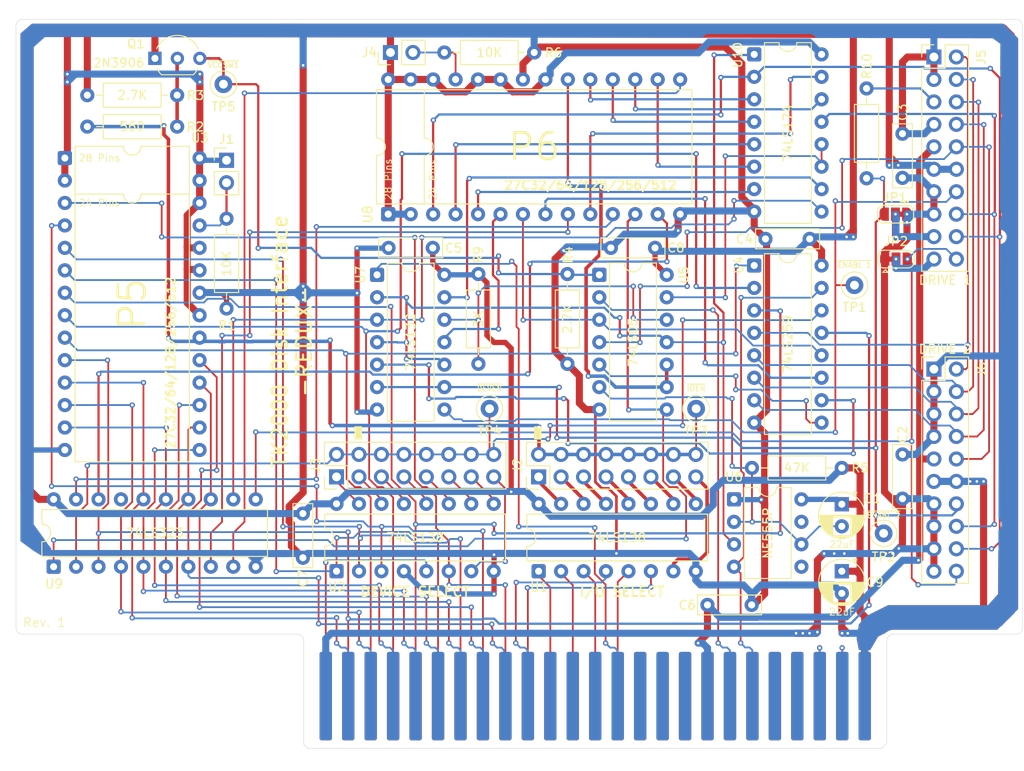
<source format=kicad_pcb>
(kicad_pcb
	(version 20241229)
	(generator "pcbnew")
	(generator_version "9.0")
	(general
		(thickness 1.6)
		(legacy_teardrops no)
	)
	(paper "A4")
	(layers
		(0 "F.Cu" signal)
		(2 "B.Cu" signal)
		(9 "F.Adhes" user "F.Adhesive")
		(11 "B.Adhes" user "B.Adhesive")
		(13 "F.Paste" user)
		(15 "B.Paste" user)
		(5 "F.SilkS" user "F.Silkscreen")
		(7 "B.SilkS" user "B.Silkscreen")
		(1 "F.Mask" user)
		(3 "B.Mask" user)
		(17 "Dwgs.User" user "User.Drawings")
		(19 "Cmts.User" user "User.Comments")
		(21 "Eco1.User" user "User.Eco1")
		(23 "Eco2.User" user "User.Eco2")
		(25 "Edge.Cuts" user)
		(27 "Margin" user)
		(31 "F.CrtYd" user "F.Courtyard")
		(29 "B.CrtYd" user "B.Courtyard")
		(35 "F.Fab" user)
		(33 "B.Fab" user)
		(39 "User.1" user)
		(41 "User.2" user)
		(43 "User.3" user)
		(45 "User.4" user)
	)
	(setup
		(pad_to_mask_clearance 0)
		(allow_soldermask_bridges_in_footprints no)
		(tenting front back)
		(pcbplotparams
			(layerselection 0x00000000_00000000_55555555_5755f5ff)
			(plot_on_all_layers_selection 0x00000000_00000000_00000000_00000000)
			(disableapertmacros no)
			(usegerberextensions no)
			(usegerberattributes yes)
			(usegerberadvancedattributes yes)
			(creategerberjobfile yes)
			(dashed_line_dash_ratio 12.000000)
			(dashed_line_gap_ratio 3.000000)
			(svgprecision 4)
			(plotframeref no)
			(mode 1)
			(useauxorigin no)
			(hpglpennumber 1)
			(hpglpenspeed 20)
			(hpglpendiameter 15.000000)
			(pdf_front_fp_property_popups yes)
			(pdf_back_fp_property_popups yes)
			(pdf_metadata yes)
			(pdf_single_document no)
			(dxfpolygonmode yes)
			(dxfimperialunits yes)
			(dxfusepcbnewfont yes)
			(psnegative no)
			(psa4output no)
			(plot_black_and_white yes)
			(sketchpadsonfab no)
			(plotpadnumbers no)
			(hidednponfab no)
			(sketchdnponfab yes)
			(crossoutdnponfab yes)
			(subtractmaskfromsilk no)
			(outputformat 1)
			(mirror no)
			(drillshape 0)
			(scaleselection 1)
			(outputdirectory "gerbers/")
		)
	)
	(net 0 "")
	(net 1 "-12V")
	(net 2 "GND")
	(net 3 "+5V")
	(net 4 "Net-(U6-THR)")
	(net 5 "+12V")
	(net 6 "Net-(J1-Pin_2)")
	(net 7 "~{IOSEL}")
	(net 8 "Net-(J2-Pin_5)")
	(net 9 "Net-(J2-Pin_7)")
	(net 10 "/VCC_SWITCHED_1")
	(net 11 "Net-(J2-Pin_15)")
	(net 12 "Net-(J2-Pin_3)")
	(net 13 "Net-(J2-Pin_9)")
	(net 14 "Net-(J2-Pin_11)")
	(net 15 "Net-(J2-Pin_13)")
	(net 16 "Net-(J2-Pin_1)")
	(net 17 "Net-(J3-Pin_11)")
	(net 18 "Net-(J3-Pin_5)")
	(net 19 "Net-(J3-Pin_7)")
	(net 20 "Net-(J3-Pin_9)")
	(net 21 "Net-(J3-Pin_1)")
	(net 22 "Net-(J3-Pin_13)")
	(net 23 "Net-(J3-Pin_15)")
	(net 24 "Net-(J3-Pin_3)")
	(net 25 "Net-(J4-Pin_2)")
	(net 26 "/PH1")
	(net 27 "/PH0")
	(net 28 "/WR DATA")
	(net 29 "/W PROT")
	(net 30 "/RD DATA")
	(net 31 "/PH2")
	(net 32 "/PH3")
	(net 33 "Net-(J5-Pin_17)")
	(net 34 "/WR REQ")
	(net 35 "Net-(J5-Pin_19)")
	(net 36 "/~{ENBL 1}")
	(net 37 "Net-(J5-Pin_5)")
	(net 38 "/~{ENBL 2}")
	(net 39 "A12")
	(net 40 "D0")
	(net 41 "A10")
	(net 42 "A3")
	(net 43 "A14")
	(net 44 "D3")
	(net 45 "unconnected-(P1-Pin_40-Pad40)")
	(net 46 "2M")
	(net 47 "~{RESET}")
	(net 48 "unconnected-(P1-Pin_30-Pad30)")
	(net 49 "A4")
	(net 50 "~{EXTC}")
	(net 51 "unconnected-(P1-Pin_18-Pad18)")
	(net 52 "unconnected-(P1-Pin_38-Pad38)")
	(net 53 "D1")
	(net 54 "unconnected-(P1-Pin_29-Pad29)")
	(net 55 "A0")
	(net 56 "A15")
	(net 57 "D6")
	(net 58 "unconnected-(P1-Pin_36-Pad36)")
	(net 59 "A5")
	(net 60 "unconnected-(P1-Pin_22-Pad22)")
	(net 61 "~{EXTE}")
	(net 62 "Net-(P1-Pin_24)")
	(net 63 "~{EXT8}")
	(net 64 "unconnected-(P1-Pin_34-Pad34)")
	(net 65 "A8")
	(net 66 "D2")
	(net 67 "A2")
	(net 68 "D7")
	(net 69 "A7")
	(net 70 "Net-(P1-Pin_23)")
	(net 71 "A6")
	(net 72 "unconnected-(P1-Pin_21-Pad21)")
	(net 73 "~{EXT_MEM}")
	(net 74 "D4")
	(net 75 "D5")
	(net 76 "A9")
	(net 77 "A13")
	(net 78 "A11")
	(net 79 "unconnected-(P1-Pin_39-Pad39)")
	(net 80 "~{EXT6}")
	(net 81 "A1")
	(net 82 "Net-(Q1-B)")
	(net 83 "Net-(U8-~{CE})")
	(net 84 "Net-(R9-Pad2)")
	(net 85 "Net-(U4-Q6)")
	(net 86 "Net-(U4-Q5)")
	(net 87 "Net-(U4-Q7)")
	(net 88 "Net-(U4-Q4)")
	(net 89 "Net-(U10-D3)")
	(net 90 "Net-(U8-D1)")
	(net 91 "Net-(U10-~{Mr})")
	(net 92 "Net-(U8-A4)")
	(net 93 "Net-(U10-Q3)")
	(net 94 "Net-(U10-Cp)")
	(net 95 "Net-(U8-D3)")
	(net 96 "Net-(U10-Q5)")
	(net 97 "Net-(U10-Q2)")
	(net 98 "Net-(U8-A1)")
	(net 99 "Net-(U10-D2)")
	(net 100 "Net-(U8-D0)")
	(net 101 "Net-(U10-Q1)")
	(net 102 "unconnected-(U6-DIS-Pad7)")
	(net 103 "Net-(U10-D0)")
	(net 104 "unconnected-(U6-CV-Pad5)")
	(net 105 "Net-(U10-D5)")
	(net 106 "Net-(U8-D2)")
	(net 107 "Net-(U10-D1)")
	(net 108 "unconnected-(U9-Q7-Pad17)")
	(net 109 "/~{IOEN}")
	(net 110 "/~{DEVEN}")
	(footprint "Connector_PinHeader_2.54mm:PinHeader_1x02_P2.54mm_Vertical" (layer "F.Cu") (at 69.565185 66.517185))
	(footprint "TestPoint:TestPoint_Loop_D1.80mm_Drill1.0mm_Beaded" (layer "F.Cu") (at 122.682 94.615))
	(footprint "Capacitor_THT:C_Rect_L7.0mm_W2.0mm_P5.00mm" (layer "F.Cu") (at 118.034185 76.423185 180))
	(footprint "Resistor_THT:R_Axial_DIN0207_L6.3mm_D2.5mm_P10.16mm_Horizontal" (layer "F.Cu") (at 94.203185 54.325185))
	(footprint "Connector_PinHeader_2.54mm:PinHeader_1x02_P2.54mm_Vertical" (layer "F.Cu") (at 88.107185 54.325185 90))
	(footprint "Capacitor_THT:CP_Radial_D5.0mm_P2.50mm" (layer "F.Cu") (at 139.161185 112.999185 -90))
	(footprint "Capacitor_THT:C_Rect_L7.0mm_W2.0mm_P5.00mm" (layer "F.Cu") (at 146.019185 104.791185 90))
	(footprint "TestPoint:TestPoint_Loop_D1.80mm_Drill1.0mm_Beaded" (layer "F.Cu") (at 99.314 94.615))
	(footprint "Package_DIP:DIP-16_W7.62mm" (layer "F.Cu") (at 129.250185 54.539185))
	(footprint "Package_DIP:DIP-16_W7.62mm" (layer "F.Cu") (at 82.006185 112.994185 90))
	(footprint "Package_TO_SOT_THT:TO-92_Inline_Wide" (layer "F.Cu") (at 61.468 54.991))
	(footprint "Resistor_THT:R_Axial_DIN0207_L6.3mm_D2.5mm_P10.16mm_Horizontal" (layer "F.Cu") (at 141.955185 68.549185 90))
	(footprint "Capacitor_THT:CP_Radial_D5.0mm_P2.50mm" (layer "F.Cu") (at 139.156185 105.419185 -90))
	(footprint "Resistor_THT:R_Axial_DIN0207_L6.3mm_D2.5mm_P10.16mm_Horizontal" (layer "F.Cu") (at 53.817185 59.151185))
	(footprint "Package_DIP:DIP-16_W7.62mm" (layer "F.Cu") (at 104.866185 112.999185 90))
	(footprint "TK2000:DIP-28-24_W15.24mm" (layer "F.Cu") (at 87.853185 72.613185 90))
	(footprint "Package_DIP:DIP-14_W7.62mm" (layer "F.Cu") (at 111.729185 79.471185))
	(footprint "Resistor_THT:R_Axial_DIN0207_L6.3mm_D2.5mm_P10.16mm_Horizontal" (layer "F.Cu") (at 69.565185 73.121185 -90))
	(footprint "TestPoint:TestPoint_Loop_D1.80mm_Drill1.0mm_Beaded" (layer "F.Cu") (at 140.589 80.645))
	(footprint "Capacitor_THT:C_Rect_L7.0mm_W2.0mm_P5.00mm" (layer "F.Cu") (at 146.019185 68.509185 90))
	(footprint "Jumper:SolderJumper-3_P1.3mm_Bridged12_RoundedPad1.0x1.5mm" (layer "F.Cu") (at 145.287185 77.693185))
	(footprint "Resistor_THT:R_Axial_DIN0207_L6.3mm_D2.5mm_P10.16mm_Horizontal" (layer "F.Cu") (at 98.053185 79.382185 -90))
	(footprint "TK2000:DIP-28-24_W15.24mm" (layer "F.Cu") (at 51.277185 66.263185))
	(footprint "Capacitor_THT:C_Rect_L7.0mm_W2.0mm_P5.00mm" (layer "F.Cu") (at 135.525185 75.407185 180))
	(footprint "Capacitor_THT:C_Rect_L7.0mm_W2.0mm_P5.00mm" (layer "F.Cu") (at 78.201185 106.475185 -90))
	(footprint "Capacitor_THT:C_Rect_L7.0mm_W2.0mm_P5.00mm" (layer "F.Cu") (at 92.893185 76.428185 180))
	(footprint "Package_DIP:DIP-14_W7.62mm" (layer "F.Cu") (at 86.588185 79.471185))
	(footprint "Resistor_THT:R_Axial_DIN0207_L6.3mm_D2.5mm_P10.16mm_Horizontal"
		(layer "F.Cu")
		(uuid "a3fd79da-f5d5-4ae4-9621-898f304ff506")
		(at 128.996185 101.315185)
		(descr "Resistor, Axial_DIN0207 series, Axial, Horizontal, pin pitch=10.16mm, 0.25W = 1/4W, length*diameter=6.3*2.5mm^2, http://cdn-reichelt.de/documents/datenblatt/B400/1_4W%23YAG.pdf")
		(tags "Resistor Axial_DIN0207 series Axial Horizontal pin pitch 10.16mm 0.25W = 1/4W length 6.3mm diameter 2.5mm")
		(property "Reference" "R5"
			(at 12.227815 0 180)
			(layer "F.SilkS")
			(uuid "9c6b700b-b56f-454a-af08-cbb92ee0419a")
			(effects
				(font
					(size 1 1)
					(thickness 0.15)
				)
			)
		)
		(property "Value" "47K"
			(at 5.08 0 0)
			(layer "F.SilkS")
			(uuid "59038263-5bfc-4502-9e63-17686569948d")
			(effects
				(font
					(size 1 1)
					(thickness 0.15)
				)
			)
		)
		(property "Datasheet" ""
			(at 0 0 0)
			(unlocked yes)
			(layer "F.Fab")
			(hide yes)
			(uuid "451e5c88-4e24-4863-a615-27044dbe0c7a")
			(effects
				(font
					(size 1.27 1.27)
					(thickness 0.15)
				)
			)
		)
		(property "Description" "Resistor, small symbol"
			(at 0 0 0)
			(unlocked yes)
			(layer "F.Fab")
			(hide yes)
			(uuid "ff008a55-37e8-44c0-bf53-7e7561ef5750")
			(effects
				(font
					(size 1.27 1.27)
					(thickness 0.15)
				)
			)
		)
		(property ki_fp_filters "R_*")
		(path "/0a9e3eae-f6aa-4726-95a0-baa5697c9c68")
		(sheetname "/")
		(sheetfile "TK2000_DiskInterface_REDUX.kicad_sch")
		(attr through_hole)
		(fp_line
			(start 1.04 0)
			(end 1.81 0)
			(stroke
				(width 0.12)
				(type solid)
			)
			(layer "F.SilkS")
			(uuid "6dd95e0b-b40a-485f-952c-4109b785672c")
		)
		(fp_line
			(start 1.81 -1.37)
			(end 1.81 1.37)
			(stroke
				(width 0.12)
				(type sol
... [355001 chars truncated]
</source>
